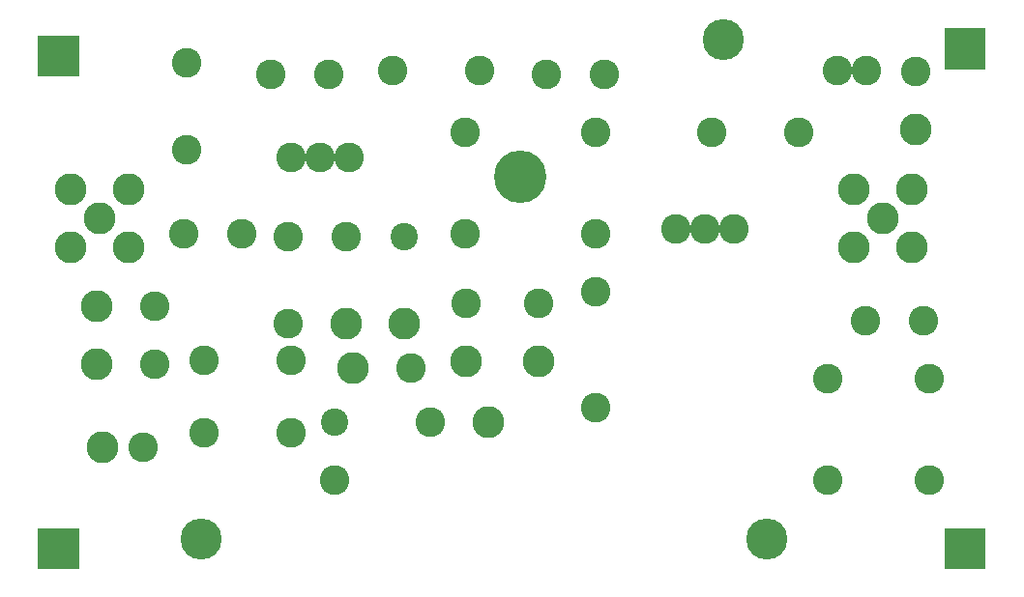
<source format=gbr>
%FSLAX34Y34*%
%MOMM*%
%LNSOLDERMASK_TOP*%
G71*
G01*
%ADD10C,2.600*%
%ADD11C,2.600*%
%ADD12C,2.800*%
%ADD13C,2.400*%
%ADD14C,4.600*%
%ADD15C,2.600*%
%ADD16C,2.800*%
%ADD17C,3.600*%
%LPD*%
X260350Y369950D02*
G54D10*
D03*
X285750Y369950D02*
G54D10*
D03*
X311150Y369950D02*
G54D10*
D03*
X648055Y307221D02*
G54D10*
D03*
X622655Y307221D02*
G54D10*
D03*
X597255Y307221D02*
G54D10*
D03*
X216949Y302523D02*
G54D11*
D03*
X165969Y302411D02*
G54D11*
D03*
X257175Y299975D02*
G54D11*
D03*
X257125Y223725D02*
G54D11*
D03*
X66650Y341350D02*
G54D12*
D03*
X117450Y341350D02*
G54D12*
D03*
X92050Y315950D02*
G54D12*
D03*
X117450Y290550D02*
G54D12*
D03*
X66650Y290550D02*
G54D12*
D03*
X168275Y452375D02*
G54D11*
D03*
X168225Y376125D02*
G54D11*
D03*
X307975Y299975D02*
G54D11*
D03*
X307925Y223725D02*
G54D11*
D03*
X293149Y442223D02*
G54D11*
D03*
X242169Y442111D02*
G54D11*
D03*
X358775Y299975D02*
G54D13*
D03*
X358725Y223725D02*
G54D13*
D03*
X314284Y184661D02*
G54D11*
D03*
X365265Y184773D02*
G54D11*
D03*
X259773Y191898D02*
G54D11*
D03*
X183523Y191948D02*
G54D11*
D03*
X140749Y239023D02*
G54D11*
D03*
X89769Y238911D02*
G54D11*
D03*
X140749Y188223D02*
G54D11*
D03*
X89769Y188111D02*
G54D11*
D03*
X95162Y115950D02*
G54D11*
D03*
X130262Y115950D02*
G54D11*
D03*
X259773Y128398D02*
G54D11*
D03*
X183523Y128448D02*
G54D11*
D03*
X298450Y87250D02*
G54D13*
D03*
X298450Y138050D02*
G54D13*
D03*
X432849Y137423D02*
G54D11*
D03*
X381869Y137311D02*
G54D11*
D03*
X424873Y445898D02*
G54D11*
D03*
X348623Y445948D02*
G54D11*
D03*
X628650Y392050D02*
G54D11*
D03*
X704850Y392050D02*
G54D11*
D03*
X813849Y226324D02*
G54D11*
D03*
X762868Y226211D02*
G54D11*
D03*
X412750Y392050D02*
G54D11*
D03*
X412750Y303150D02*
G54D11*
D03*
X527050Y392050D02*
G54D11*
D03*
X527050Y303150D02*
G54D11*
D03*
X413448Y190660D02*
G54D11*
D03*
X413335Y241640D02*
G54D11*
D03*
X738325Y445425D02*
G54D11*
D03*
X763825Y445425D02*
G54D11*
D03*
X807148Y393860D02*
G54D11*
D03*
X807035Y444840D02*
G54D11*
D03*
X730250Y176150D02*
G54D11*
D03*
X819150Y176150D02*
G54D11*
D03*
X730250Y87250D02*
G54D11*
D03*
X819150Y87250D02*
G54D11*
D03*
X534450Y442223D02*
G54D11*
D03*
X483470Y442110D02*
G54D11*
D03*
X752450Y341350D02*
G54D12*
D03*
X803250Y341350D02*
G54D12*
D03*
X777850Y315950D02*
G54D12*
D03*
X803250Y290550D02*
G54D12*
D03*
X752450Y290550D02*
G54D12*
D03*
X527050Y252350D02*
G54D11*
D03*
X527050Y150750D02*
G54D11*
D03*
X476948Y190660D02*
G54D11*
D03*
X476835Y241640D02*
G54D11*
D03*
X460350Y352450D02*
G54D14*
D03*
X89769Y188111D02*
G54D15*
D03*
X89769Y238911D02*
G54D15*
D03*
X432849Y137423D02*
G54D15*
D03*
X704850Y392050D02*
G54D15*
D03*
X358725Y223725D02*
G54D15*
D03*
X307925Y223725D02*
G54D16*
D03*
X314284Y184661D02*
G54D16*
D03*
X413448Y190660D02*
G54D16*
D03*
X476948Y190660D02*
G54D16*
D03*
X298450Y87250D02*
G54D15*
D03*
X89769Y238911D02*
G54D16*
D03*
X89769Y188111D02*
G54D16*
D03*
X95162Y115950D02*
G54D16*
D03*
X432849Y137423D02*
G54D16*
D03*
X358725Y223725D02*
G54D16*
D03*
X807148Y393860D02*
G54D16*
D03*
X597255Y307221D02*
G54D15*
D03*
X307975Y299975D02*
G54D13*
D03*
X307925Y223725D02*
G54D13*
D03*
G36*
X38523Y476648D02*
X74523Y476648D01*
X74523Y440648D01*
X38523Y440648D01*
X38523Y476648D01*
G37*
G36*
X832273Y482998D02*
X868273Y482998D01*
X868273Y446998D01*
X832273Y446998D01*
X832273Y482998D01*
G37*
G36*
X38523Y44848D02*
X74523Y44848D01*
X74523Y8848D01*
X38523Y8848D01*
X38523Y44848D01*
G37*
G36*
X832273Y44848D02*
X868273Y44848D01*
X868273Y8848D01*
X832273Y8848D01*
X832273Y44848D01*
G37*
X180950Y34950D02*
G54D17*
D03*
X676250Y34950D02*
G54D17*
D03*
X638150Y473100D02*
G54D17*
D03*
M02*

</source>
